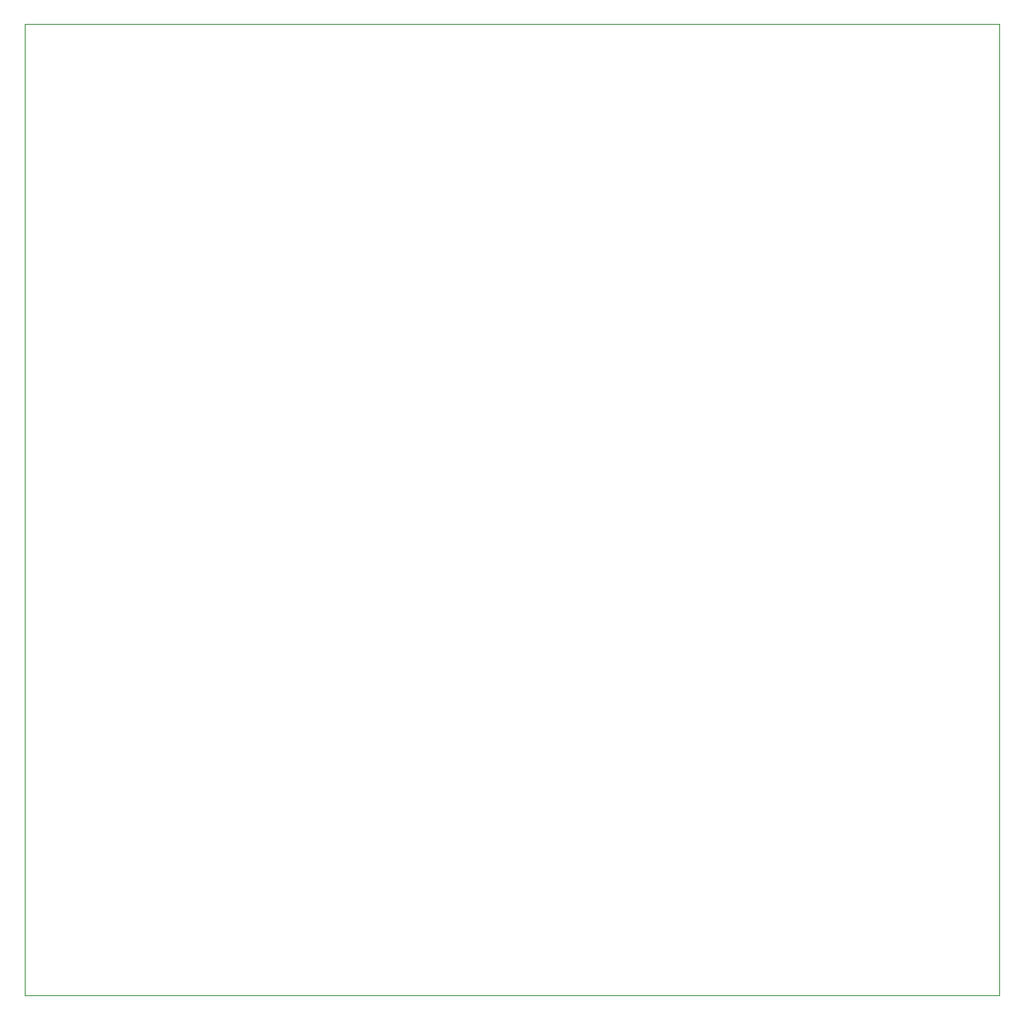
<source format=gbr>
%TF.GenerationSoftware,KiCad,Pcbnew,(5.1.9)-1*%
%TF.CreationDate,2021-06-23T17:41:11-03:00*%
%TF.ProjectId,assert,61737365-7274-42e6-9b69-6361645f7063,rev?*%
%TF.SameCoordinates,Original*%
%TF.FileFunction,Profile,NP*%
%FSLAX46Y46*%
G04 Gerber Fmt 4.6, Leading zero omitted, Abs format (unit mm)*
G04 Created by KiCad (PCBNEW (5.1.9)-1) date 2021-06-23 17:41:11*
%MOMM*%
%LPD*%
G01*
G04 APERTURE LIST*
%TA.AperFunction,Profile*%
%ADD10C,0.100000*%
%TD*%
G04 APERTURE END LIST*
D10*
X99949000Y0D02*
X0Y0D01*
X99949000Y-99695000D02*
X99949000Y0D01*
X0Y-99695000D02*
X99949000Y-99695000D01*
X0Y0D02*
X0Y-99695000D01*
M02*

</source>
